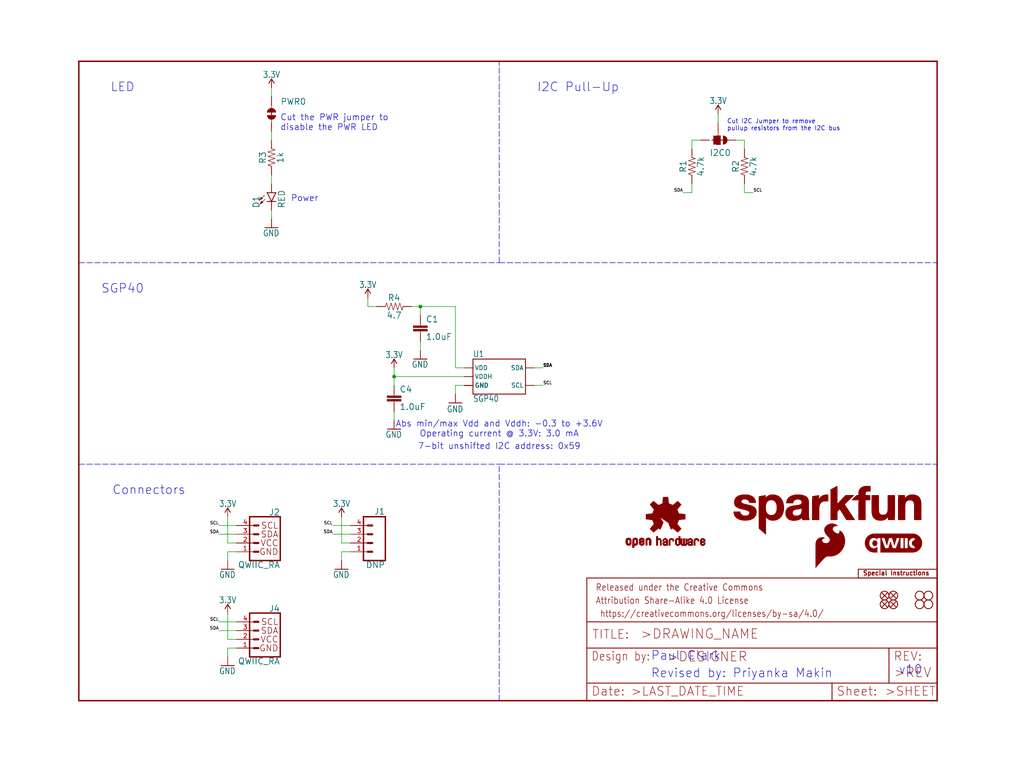
<source format=kicad_sch>
(kicad_sch (version 20211123) (generator eeschema)
  (paper "User" 297.002 223.926)
  (lib_symbols
    (symbol "eagleSchem-eagle-import:1.0UF-0603-16V-10%-X7R"
      (property "Reference" "C" (at 1.524 2.921 0))
      (property "Value" "1.0UF-0603-16V-10%-X7R" (at 1.524 -2.159 0))
      (symbol "1.0UF-0603-16V-10%-X7R_1_0"
        (pin passive line (at 0 5.08 270) (length 2.54) (name "1") (number "1"))
        (pin passive line (at 0 -2.54 90) (length 2.54) (name "2") (number "2"))
      )
    )
    (symbol "eagleSchem-eagle-import:1KOHM-0603-1{slash}10W-1%"
      (property "Reference" "R" (at 0 1.524 0))
      (property "Value" "1KOHM-0603-1{slash}10W-1%" (at 0 -1.524 0))
      (symbol "1KOHM-0603-1{slash}10W-1%_1_0"
        (pin passive line (at -5.08 0 0) (length 2.54) (name "1") (number "1"))
        (pin passive line (at 5.08 0 180) (length 2.54) (name "2") (number "2"))
      )
    )
    (symbol "eagleSchem-eagle-import:3.3V" (power)
      (property "Value" "3.3V" (at 0 2.794 0))
      (symbol "3.3V_1_0"
        (pin power_in line (at 0 0 90) (length 2.54) (name "3.3V") (number "1"))
      )
    )
    (symbol "eagleSchem-eagle-import:4.7KOHM-0603-1{slash}10W-1%"
      (property "Reference" "R" (at 0 1.524 0))
      (property "Value" "4.7KOHM-0603-1{slash}10W-1%" (at 0 -1.524 0))
      (symbol "4.7KOHM-0603-1{slash}10W-1%_1_0"
        (pin passive line (at -5.08 0 0) (length 2.54) (name "1") (number "1"))
        (pin passive line (at 5.08 0 180) (length 2.54) (name "2") (number "2"))
      )
    )
    (symbol "eagleSchem-eagle-import:4.7OHM-0603-1{slash}10W-1%"
      (property "Reference" "R" (at 0 1.524 0))
      (property "Value" "4.7OHM-0603-1{slash}10W-1%" (at 0 -1.524 0))
      (symbol "4.7OHM-0603-1{slash}10W-1%_1_0"
        (pin passive line (at -5.08 0 0) (length 2.54) (name "1") (number "1"))
        (pin passive line (at 5.08 0 180) (length 2.54) (name "2") (number "2"))
      )
    )
    (symbol "eagleSchem-eagle-import:CONN_041X04_NO_SILK"
      (property "Reference" "J" (at -5.08 8.128 0))
      (property "Value" "CONN_041X04_NO_SILK" (at -5.08 -7.366 0))
      (symbol "CONN_041X04_NO_SILK_1_0"
        (pin passive line (at 5.08 -2.54 180) (length 5.08) (name "1") (number "1"))
        (pin passive line (at 5.08 0 180) (length 5.08) (name "2") (number "2"))
        (pin passive line (at 5.08 2.54 180) (length 5.08) (name "3") (number "3"))
        (pin passive line (at 5.08 5.08 180) (length 5.08) (name "4") (number "4"))
      )
    )
    (symbol "eagleSchem-eagle-import:FIDUCIAL0.2MM")
    (symbol "eagleSchem-eagle-import:FRAME-LETTER"
      (symbol "FRAME-LETTER_2_0"
        (text " https://creativecommons.org/licenses/by-sa/4.0/" (at 2.54 24.13 0) (effects (font (size 1.9304 1.6408)) (justify left bottom)))
        (text ">DESIGNER" (at 23.114 11.176 0) (effects (font (size 2.7432 2.7432)) (justify left bottom)))
        (text ">DRAWING_NAME" (at 15.494 17.78 0) (effects (font (size 2.7432 2.7432)) (justify left bottom)))
        (text ">LAST_DATE_TIME" (at 12.7 1.27 0) (effects (font (size 2.54 2.54)) (justify left bottom)))
        (text ">REV" (at 88.9 6.604 0) (effects (font (size 2.7432 2.7432)) (justify left bottom)))
        (text ">SHEET" (at 86.36 1.27 0) (effects (font (size 2.54 2.54)) (justify left bottom)))
        (text "Attribution Share-Alike 4.0 License" (at 2.54 27.94 0) (effects (font (size 1.9304 1.6408)) (justify left bottom)))
        (text "Date:" (at 1.27 1.27 0) (effects (font (size 2.54 2.54)) (justify left bottom)))
        (text "Design by:" (at 1.27 11.43 0) (effects (font (size 2.54 2.159)) (justify left bottom)))
        (text "Released under the Creative Commons" (at 2.54 31.75 0) (effects (font (size 1.9304 1.6408)) (justify left bottom)))
        (text "REV:" (at 88.9 11.43 0) (effects (font (size 2.54 2.54)) (justify left bottom)))
        (text "Sheet:" (at 72.39 1.27 0) (effects (font (size 2.54 2.54)) (justify left bottom)))
        (text "TITLE:" (at 1.524 17.78 0) (effects (font (size 2.54 2.54)) (justify left bottom)))
      )
    )
    (symbol "eagleSchem-eagle-import:GND" (power)
      (property "Value" "GND" (at 0 -0.254 0))
      (symbol "GND_1_0"
        (pin power_in line (at 0 2.54 270) (length 2.54) (name "GND") (number "1"))
      )
    )
    (symbol "eagleSchem-eagle-import:JUMPER-SMT_2_NC_TRACE_SILK"
      (property "Reference" "JP" (at -2.54 2.54 0))
      (property "Value" "JUMPER-SMT_2_NC_TRACE_SILK" (at -2.54 -2.54 0))
      (symbol "JUMPER-SMT_2_NC_TRACE_SILK_1_0"
        (pin passive line (at -5.08 0 0) (length 2.54) (name "1") (number "1"))
        (pin passive line (at 5.08 0 180) (length 2.54) (name "2") (number "2"))
      )
    )
    (symbol "eagleSchem-eagle-import:JUMPER-SMT_3_2-NC_TRACE_SILK"
      (property "Reference" "JP" (at 2.54 0.381 0))
      (property "Value" "JUMPER-SMT_3_2-NC_TRACE_SILK" (at 2.54 -0.381 0))
      (symbol "JUMPER-SMT_3_2-NC_TRACE_SILK_1_0"
        (pin passive line (at 0 5.08 270) (length 2.54) (name "1") (number "1"))
        (pin passive line (at -5.08 0 0) (length 2.54) (name "2") (number "2"))
        (pin passive line (at 0 -5.08 90) (length 2.54) (name "3") (number "3"))
      )
    )
    (symbol "eagleSchem-eagle-import:LED-RED0603"
      (property "Reference" "D" (at -3.429 -4.572 90))
      (property "Value" "LED-RED0603" (at 1.905 -4.572 90))
      (symbol "LED-RED0603_1_0"
        (pin passive line (at 0 2.54 270) (length 2.54) (name "A") (number "A"))
        (pin passive line (at 0 -5.08 90) (length 2.54) (name "C") (number "C"))
      )
    )
    (symbol "eagleSchem-eagle-import:OSHW-LOGOS")
    (symbol "eagleSchem-eagle-import:QWIIC_CONNECTORJS-1MM"
      (property "Reference" "J" (at -5.08 7.874 0))
      (property "Value" "QWIIC_CONNECTORJS-1MM" (at -5.08 -5.334 0))
      (symbol "QWIIC_CONNECTORJS-1MM_1_0"
        (text "GND" (at -4.572 -2.54 0) (effects (font (size 1.778 1.778)) (justify left)))
        (text "SCL" (at -4.572 5.08 0) (effects (font (size 1.778 1.778)) (justify left)))
        (text "SDA" (at -4.572 2.54 0) (effects (font (size 1.778 1.778)) (justify left)))
        (text "VCC" (at -4.572 0 0) (effects (font (size 1.778 1.778)) (justify left)))
        (pin power_in line (at 7.62 -2.54 180) (length 5.08) (name "1") (number "1"))
        (pin power_in line (at 7.62 0 180) (length 5.08) (name "2") (number "2"))
        (pin passive line (at 7.62 2.54 180) (length 5.08) (name "3") (number "3"))
        (pin passive line (at 7.62 5.08 180) (length 5.08) (name "4") (number "4"))
      )
    )
    (symbol "eagleSchem-eagle-import:QWIIC_LOGO_5MM")
    (symbol "eagleSchem-eagle-import:SFE_LOGO_FLAME.1_INCH")
    (symbol "eagleSchem-eagle-import:SFE_LOGO_NAME.1_INCH")
    (symbol "eagleSchem-eagle-import:SGP40"
      (property "Reference" "U" (at -7.62 5.588 0))
      (property "Value" "SGP40" (at -7.62 -7.366 0))
      (symbol "SGP40_1_0"
        (pin power_in line (at -10.16 2.54 0) (length 2.54) (name "VDD") (number "1"))
        (pin power_in line (at -10.16 -2.54 0) (length 2.54) (name "GND") (number "2"))
        (pin bidirectional line (at 10.16 2.54 180) (length 2.54) (name "SDA") (number "3"))
        (pin power_in line (at -10.16 -2.54 0) (length 2.54) (name "GND") (number "4"))
        (pin power_in line (at -10.16 0 0) (length 2.54) (name "VDDH") (number "5"))
        (pin bidirectional line (at 10.16 -2.54 180) (length 2.54) (name "SCL") (number "6"))
        (pin power_in line (at -10.16 -2.54 0) (length 2.54) (name "GND") (number "DIEPAD"))
      )
    )
    (symbol "eagleSchem-eagle-import:SPECIAL_INSTRUCTIONS-ORDERING"
      (symbol "SPECIAL_INSTRUCTIONS-ORDERING_1_0"
        (text "Special Instructions" (at 1.27 0.6985 0) (effects (font (size 1.27 1.27) (thickness 0.254) bold) (justify left bottom)))
      )
    )
    (symbol "eagleSchem-eagle-import:STAND-OFF")
  )
  (junction (at 121.92 88.9))
  (junction (at 114.3 109.22))
  (wire (pts (xy 121.92 99.06) (xy 121.92 101.6)))
  (wire (pts (xy 68.58 187.96) (xy 66.04 187.96)))
  (polyline (pts (xy 22.86 134.62) (xy 144.78 134.62)))
  (wire (pts (xy 68.58 152.4) (xy 63.5 152.4)))
  (wire (pts (xy 114.3 109.22) (xy 114.3 111.76)))
  (wire (pts (xy 66.04 157.48) (xy 66.04 149.86)))
  (wire (pts (xy 154.94 106.68) (xy 157.48 106.68)))
  (wire (pts (xy 208.28 33.02) (xy 208.28 35.56)))
  (wire (pts (xy 121.92 88.9) (xy 121.92 91.44)))
  (wire (pts (xy 68.58 154.94) (xy 63.5 154.94)))
  (wire (pts (xy 78.74 53.34) (xy 78.74 50.8)))
  (wire (pts (xy 68.58 185.42) (xy 66.04 185.42)))
  (polyline (pts (xy 22.86 76.2) (xy 144.78 76.2)))
  (wire (pts (xy 132.08 106.68) (xy 132.08 88.9)))
  (wire (pts (xy 68.58 160.02) (xy 66.04 160.02)))
  (wire (pts (xy 134.62 111.76) (xy 132.08 111.76)))
  (wire (pts (xy 200.66 55.88) (xy 198.12 55.88)))
  (wire (pts (xy 215.9 40.64) (xy 215.9 43.18)))
  (wire (pts (xy 213.36 40.64) (xy 215.9 40.64)))
  (wire (pts (xy 200.66 40.64) (xy 203.2 40.64)))
  (wire (pts (xy 99.06 160.02) (xy 99.06 162.56)))
  (wire (pts (xy 200.66 55.88) (xy 200.66 53.34)))
  (wire (pts (xy 109.22 88.9) (xy 106.68 88.9)))
  (wire (pts (xy 119.38 88.9) (xy 121.92 88.9)))
  (polyline (pts (xy 144.78 134.62) (xy 271.78 134.62)))
  (wire (pts (xy 114.3 119.38) (xy 114.3 121.92)))
  (wire (pts (xy 215.9 53.34) (xy 215.9 55.88)))
  (wire (pts (xy 106.68 88.9) (xy 106.68 86.36)))
  (wire (pts (xy 134.62 106.68) (xy 132.08 106.68)))
  (polyline (pts (xy 144.78 76.2) (xy 271.78 76.2)))
  (wire (pts (xy 68.58 157.48) (xy 66.04 157.48)))
  (wire (pts (xy 114.3 106.68) (xy 114.3 109.22)))
  (wire (pts (xy 66.04 185.42) (xy 66.04 177.8)))
  (wire (pts (xy 68.58 182.88) (xy 63.5 182.88)))
  (wire (pts (xy 101.6 160.02) (xy 99.06 160.02)))
  (wire (pts (xy 68.58 180.34) (xy 63.5 180.34)))
  (wire (pts (xy 78.74 27.94) (xy 78.74 25.4)))
  (wire (pts (xy 200.66 43.18) (xy 200.66 40.64)))
  (wire (pts (xy 99.06 157.48) (xy 99.06 149.86)))
  (wire (pts (xy 66.04 160.02) (xy 66.04 162.56)))
  (wire (pts (xy 101.6 157.48) (xy 99.06 157.48)))
  (wire (pts (xy 78.74 40.64) (xy 78.74 38.1)))
  (wire (pts (xy 215.9 55.88) (xy 218.44 55.88)))
  (wire (pts (xy 78.74 63.5) (xy 78.74 60.96)))
  (polyline (pts (xy 144.78 76.2) (xy 144.78 17.78)))
  (wire (pts (xy 66.04 187.96) (xy 66.04 190.5)))
  (wire (pts (xy 101.6 154.94) (xy 96.52 154.94)))
  (wire (pts (xy 134.62 109.22) (xy 114.3 109.22)))
  (wire (pts (xy 101.6 152.4) (xy 96.52 152.4)))
  (wire (pts (xy 154.94 111.76) (xy 157.48 111.76)))
  (wire (pts (xy 132.08 88.9) (xy 121.92 88.9)))
  (wire (pts (xy 132.08 111.76) (xy 132.08 114.3)))
  (polyline (pts (xy 144.78 203.2) (xy 144.78 134.62)))
  (text "Cut the PWR jumper to\ndisable the PWR LED" (at 81.28 38.1 180) (effects (font (size 1.778 1.778)) (justify left bottom)))
  (text "Abs min/max Vdd and Vddh: -0.3 to +3.6V\nOperating current @ 3.3V: 3.0 mA" (at 144.78 124.46 0) (effects (font (size 1.778 1.778))))
  (text "Revised by: Priyanka Makin" (at 188.722 196.85 180) (effects (font (size 2.54 2.54)) (justify left bottom)))
  (text "7-bit unshifted I2C address: 0x59" (at 144.78 129.54 180) (effects (font (size 1.778 1.778))))
  (text "Paul Clark" (at 188.722 191.77 180) (effects (font (size 2.54 2.54)) (justify left bottom)))
  (text "Cut I2C Jumper to remove\npullup resistors from the I2C bus" (at 210.82 38.1 0) (effects (font (size 1.27 1.27)) (justify left bottom)))
  (text "I2C Pull-Up" (at 167.64 25.4 180) (effects (font (size 2.54 2.54))))
  (text "Power" (at 84.328 58.674 180) (effects (font (size 1.778 1.778)) (justify left bottom)))
  (text "LED" (at 35.56 25.4 180) (effects (font (size 2.54 2.54))))
  (text "v10" (at 260.604 195.834 180) (effects (font (size 2.54 2.54)) (justify left bottom)))
  (text "SGP40" (at 35.56 83.82 180) (effects (font (size 2.54 2.54))))
  (text "Connectors" (at 43.18 142.24 180) (effects (font (size 2.54 2.54))))
  (label "SDA" (at 96.52 154.94 180) (effects (font (size 0.889 0.889))))
  (label "SDA" (at 157.48 106.68 0) (effects (font (size 0.889 0.889))))
  (label "SDA" (at 157.48 106.68 0) (effects (font (size 0.889 0.889))))
  (label "SCL" (at 157.48 111.76 0) (effects (font (size 0.889 0.889))))
  (label "SDA" (at 63.5 154.94 180) (effects (font (size 0.889 0.889))))
  (label "SDA" (at 63.5 182.88 180) (effects (font (size 0.889 0.889))))
  (label "SDA" (at 157.48 106.68 0) (effects (font (size 0.889 0.889))))
  (label "SDA" (at 157.48 106.68 0) (effects (font (size 0.889 0.889))))
  (label "SDA" (at 157.48 106.68 0) (effects (font (size 0.889 0.889))))
  (label "SDA" (at 198.12 55.88 180) (effects (font (size 0.889 0.889))))
  (label "SCL" (at 63.5 180.34 180) (effects (font (size 0.889 0.889))))
  (label "SCL" (at 63.5 152.4 180) (effects (font (size 0.889 0.889))))
  (label "SCL" (at 96.52 152.4 180) (effects (font (size 0.889 0.889))))
  (label "SCL" (at 218.44 55.88 0) (effects (font (size 0.889 0.889))))
  (symbol (lib_id "eagleSchem-eagle-import:GND") (at 78.74 66.04 0) (unit 1)
    (property "Reference" "#GND3" (effects hide))
    (property "Value" "GND" (at 76.2 68.58 0) (effects (font (size 1.778 1.5113)) (justify left bottom)))
    (property "Footprint" "eagleSchem:" (effects hide))
  )
  (symbol (lib_id "eagleSchem-eagle-import:STAND-OFF") (at 269.24 172.72 0) (unit 1)
    (property "Reference" "JP3" (effects hide))
    (property "Value" "STAND-OFF" (effects hide))
    (property "Footprint" "eagleSchem:STAND-OFF" (effects hide))
  )
  (symbol (lib_id "eagleSchem-eagle-import:3.3V") (at 114.3 106.68 0) (unit 1)
    (property "Reference" "#SUPPLY1" (effects hide))
    (property "Value" "3.3V" (at 114.3 103.886 0) (effects (font (size 1.778 1.5113)) (justify bottom)))
    (property "Footprint" "eagleSchem:" (effects hide))
  )
  (symbol (lib_id "eagleSchem-eagle-import:FIDUCIAL0.2MM") (at 256.54 172.72 0) (unit 1)
    (property "Reference" "JP2" (effects hide))
    (property "Value" "FIDUCIAL0.2MM" (effects hide))
    (property "Footprint" "eagleSchem:FIDUCIAL-0.2MM" (effects hide))
  )
  (symbol (lib_id "eagleSchem-eagle-import:JUMPER-SMT_2_NC_TRACE_SILK") (at 78.74 33.02 90) (unit 1)
    (property "Reference" "PWR0" (at 81.28 30.48 90) (effects (font (size 1.778 1.778)) (justify right top)))
    (property "Value" "JUMPER-SMT_2_NC_TRACE_SILK" (effects hide))
    (property "Footprint" "eagleSchem:SMT-JUMPER_2_NC_TRACE_SILK" (effects hide))
  )
  (symbol (lib_id "eagleSchem-eagle-import:QWIIC_CONNECTORJS-1MM") (at 76.2 185.42 0) (mirror y) (unit 1)
    (property "Reference" "J4" (at 81.28 177.546 0) (effects (font (size 1.778 1.778)) (justify left bottom)))
    (property "Value" "QWIIC_RA" (at 81.28 190.754 0) (effects (font (size 1.778 1.778)) (justify left top)))
    (property "Footprint" "eagleSchem:JST04_1MM_RA" (effects hide))
  )
  (symbol (lib_id "eagleSchem-eagle-import:4.7OHM-0603-1{slash}10W-1%") (at 114.3 88.9 0) (unit 1)
    (property "Reference" "R4" (at 114.3 87.376 0) (effects (font (size 1.778 1.778)) (justify bottom)))
    (property "Value" "4.7" (at 114.3 90.424 0) (effects (font (size 1.778 1.778)) (justify top)))
    (property "Footprint" "eagleSchem:0603" (effects hide))
  )
  (symbol (lib_id "eagleSchem-eagle-import:GND") (at 66.04 193.04 0) (unit 1)
    (property "Reference" "#GND8" (effects hide))
    (property "Value" "GND" (at 63.5 195.58 0) (effects (font (size 1.778 1.5113)) (justify left bottom)))
    (property "Footprint" "eagleSchem:" (effects hide))
  )
  (symbol (lib_id "eagleSchem-eagle-import:4.7KOHM-0603-1{slash}10W-1%") (at 215.9 48.26 90) (unit 1)
    (property "Reference" "R2" (at 214.376 48.26 0) (effects (font (size 1.778 1.778)) (justify bottom)))
    (property "Value" "4.7k" (at 217.424 48.26 0) (effects (font (size 1.778 1.778)) (justify top)))
    (property "Footprint" "eagleSchem:0603" (effects hide))
  )
  (symbol (lib_id "eagleSchem-eagle-import:LED-RED0603") (at 78.74 55.88 0) (unit 1)
    (property "Reference" "D1" (at 75.311 60.452 90) (effects (font (size 1.778 1.778)) (justify left bottom)))
    (property "Value" "RED" (at 80.645 60.452 90) (effects (font (size 1.778 1.778)) (justify left top)))
    (property "Footprint" "eagleSchem:LED-0603" (effects hide))
  )
  (symbol (lib_id "eagleSchem-eagle-import:3.3V") (at 99.06 149.86 0) (unit 1)
    (property "Reference" "#SUPPLY7" (effects hide))
    (property "Value" "3.3V" (at 99.06 147.066 0) (effects (font (size 1.778 1.5113)) (justify bottom)))
    (property "Footprint" "eagleSchem:" (effects hide))
  )
  (symbol (lib_id "eagleSchem-eagle-import:SFE_LOGO_NAME.1_INCH") (at 210.82 154.94 0) (unit 1)
    (property "Reference" "LOGO3" (effects hide))
    (property "Value" "SFE_LOGO_NAME.1_INCH" (effects hide))
    (property "Footprint" "eagleSchem:SFE_LOGO_NAME_.1" (effects hide))
  )
  (symbol (lib_id "eagleSchem-eagle-import:GND") (at 121.92 104.14 0) (unit 1)
    (property "Reference" "#GND2" (effects hide))
    (property "Value" "GND" (at 119.38 106.68 0) (effects (font (size 1.778 1.5113)) (justify left bottom)))
    (property "Footprint" "eagleSchem:" (effects hide))
  )
  (symbol (lib_id "eagleSchem-eagle-import:FRAME-LETTER") (at 170.18 203.2 0) (unit 2)
    (property "Reference" "FRAME1" (effects hide))
    (property "Value" "FRAME-LETTER" (effects hide))
    (property "Footprint" "eagleSchem:CREATIVE_COMMONS" (effects hide))
  )
  (symbol (lib_id "eagleSchem-eagle-import:SFE_LOGO_NAME.1_INCH") (at 210.82 154.94 0) (unit 1)
    (property "Reference" "LOGO6" (effects hide))
    (property "Value" "SFE_LOGO_NAME.1_INCH" (effects hide))
    (property "Footprint" "eagleSchem:SFE_LOGO_NAME_.1" (effects hide))
  )
  (symbol (lib_id "eagleSchem-eagle-import:STAND-OFF") (at 266.7 172.72 0) (unit 1)
    (property "Reference" "JP7" (effects hide))
    (property "Value" "STAND-OFF" (effects hide))
    (property "Footprint" "eagleSchem:STAND-OFF" (effects hide))
  )
  (symbol (lib_id "eagleSchem-eagle-import:1.0UF-0603-16V-10%-X7R") (at 114.3 116.84 0) (unit 1)
    (property "Reference" "C4" (at 115.824 113.919 0) (effects (font (size 1.778 1.778)) (justify left bottom)))
    (property "Value" "1.0uF" (at 115.824 118.999 0) (effects (font (size 1.778 1.778)) (justify left bottom)))
    (property "Footprint" "eagleSchem:0603" (effects hide))
  )
  (symbol (lib_id "eagleSchem-eagle-import:GND") (at 99.06 165.1 0) (unit 1)
    (property "Reference" "#GND7" (effects hide))
    (property "Value" "GND" (at 96.52 167.64 0) (effects (font (size 1.778 1.5113)) (justify left bottom)))
    (property "Footprint" "eagleSchem:" (effects hide))
  )
  (symbol (lib_id "eagleSchem-eagle-import:FIDUCIAL0.2MM") (at 259.08 175.26 0) (unit 1)
    (property "Reference" "JP1" (effects hide))
    (property "Value" "FIDUCIAL0.2MM" (effects hide))
    (property "Footprint" "eagleSchem:FIDUCIAL-0.2MM" (effects hide))
  )
  (symbol (lib_id "eagleSchem-eagle-import:1.0UF-0603-16V-10%-X7R") (at 121.92 96.52 0) (unit 1)
    (property "Reference" "C1" (at 123.444 93.599 0) (effects (font (size 1.778 1.778)) (justify left bottom)))
    (property "Value" "1.0uF" (at 123.444 98.679 0) (effects (font (size 1.778 1.778)) (justify left bottom)))
    (property "Footprint" "eagleSchem:0603" (effects hide))
  )
  (symbol (lib_id "eagleSchem-eagle-import:GND") (at 66.04 165.1 0) (unit 1)
    (property "Reference" "#GND6" (effects hide))
    (property "Value" "GND" (at 63.5 167.64 0) (effects (font (size 1.778 1.5113)) (justify left bottom)))
    (property "Footprint" "eagleSchem:" (effects hide))
  )
  (symbol (lib_id "eagleSchem-eagle-import:GND") (at 132.08 116.84 0) (unit 1)
    (property "Reference" "#GND1" (effects hide))
    (property "Value" "GND" (at 129.54 119.634 0) (effects (font (size 1.778 1.5113)) (justify left bottom)))
    (property "Footprint" "eagleSchem:" (effects hide))
  )
  (symbol (lib_id "eagleSchem-eagle-import:1KOHM-0603-1{slash}10W-1%") (at 78.74 45.72 90) (unit 1)
    (property "Reference" "R3" (at 77.216 45.72 0) (effects (font (size 1.778 1.778)) (justify bottom)))
    (property "Value" "1k" (at 80.264 45.72 0) (effects (font (size 1.778 1.778)) (justify top)))
    (property "Footprint" "eagleSchem:0603" (effects hide))
  )
  (symbol (lib_id "eagleSchem-eagle-import:4.7KOHM-0603-1{slash}10W-1%") (at 200.66 48.26 90) (unit 1)
    (property "Reference" "R1" (at 199.136 48.26 0) (effects (font (size 1.778 1.778)) (justify bottom)))
    (property "Value" "4.7k" (at 202.184 48.26 0) (effects (font (size 1.778 1.778)) (justify top)))
    (property "Footprint" "eagleSchem:0603" (effects hide))
  )
  (symbol (lib_id "eagleSchem-eagle-import:SFE_LOGO_FLAME.1_INCH") (at 236.22 165.1 0) (unit 1)
    (property "Reference" "LOGO4" (effects hide))
    (property "Value" "SFE_LOGO_FLAME.1_INCH" (effects hide))
    (property "Footprint" "eagleSchem:SFE_LOGO_FLAME_.1" (effects hide))
  )
  (symbol (lib_id "eagleSchem-eagle-import:QWIIC_LOGO_5MM") (at 259.08 157.48 0) (unit 1)
    (property "Reference" "LOGO2" (effects hide))
    (property "Value" "QWIIC_LOGO_5MM" (effects hide))
    (property "Footprint" "eagleSchem:QWIIC_5MM" (effects hide))
  )
  (symbol (lib_id "eagleSchem-eagle-import:CONN_041X04_NO_SILK") (at 106.68 157.48 0) (mirror y) (unit 1)
    (property "Reference" "J1" (at 111.76 149.352 0) (effects (font (size 1.778 1.778)) (justify left bottom)))
    (property "Value" "DNP" (at 111.76 164.846 0) (effects (font (size 1.778 1.778)) (justify left bottom)))
    (property "Footprint" "eagleSchem:1X04_NO_SILK" (effects hide))
  )
  (symbol (lib_id "eagleSchem-eagle-import:3.3V") (at 66.04 149.86 0) (unit 1)
    (property "Reference" "#SUPPLY4" (effects hide))
    (property "Value" "3.3V" (at 66.04 147.066 0) (effects (font (size 1.778 1.5113)) (justify bottom)))
    (property "Footprint" "eagleSchem:" (effects hide))
  )
  (symbol (lib_id "eagleSchem-eagle-import:OSHW-LOGOS") (at 193.04 149.86 0) (unit 1)
    (property "Reference" "LOGO5" (effects hide))
    (property "Value" "OSHW-LOGOS" (effects hide))
    (property "Footprint" "eagleSchem:OSHW-LOGO-S" (effects hide))
  )
  (symbol (lib_id "eagleSchem-eagle-import:3.3V") (at 106.68 86.36 0) (unit 1)
    (property "Reference" "#SUPPLY3" (effects hide))
    (property "Value" "3.3V" (at 106.68 83.566 0) (effects (font (size 1.778 1.5113)) (justify bottom)))
    (property "Footprint" "eagleSchem:" (effects hide))
  )
  (symbol (lib_id "eagleSchem-eagle-import:FIDUCIAL0.2MM") (at 259.08 172.72 0) (unit 1)
    (property "Reference" "JP6" (effects hide))
    (property "Value" "FIDUCIAL0.2MM" (effects hide))
    (property "Footprint" "eagleSchem:FIDUCIAL-0.2MM" (effects hide))
  )
  (symbol (lib_id "eagleSchem-eagle-import:3.3V") (at 208.28 33.02 0) (unit 1)
    (property "Reference" "#SUPPLY9" (effects hide))
    (property "Value" "3.3V" (at 208.28 30.226 0) (effects (font (size 1.778 1.5113)) (justify bottom)))
    (property "Footprint" "eagleSchem:" (effects hide))
  )
  (symbol (lib_id "eagleSchem-eagle-import:3.3V") (at 78.74 25.4 0) (unit 1)
    (property "Reference" "#SUPPLY10" (effects hide))
    (property "Value" "3.3V" (at 78.74 22.606 0) (effects (font (size 1.778 1.5113)) (justify bottom)))
    (property "Footprint" "eagleSchem:" (effects hide))
  )
  (symbol (lib_id "eagleSchem-eagle-import:STAND-OFF") (at 269.24 175.26 0) (unit 1)
    (property "Reference" "JP4" (effects hide))
    (property "Value" "STAND-OFF" (effects hide))
    (property "Footprint" "eagleSchem:STAND-OFF" (effects hide))
  )
  (symbol (lib_id "eagleSchem-eagle-import:FIDUCIAL0.2MM") (at 256.54 175.26 0) (unit 1)
    (property "Reference" "JP5" (effects hide))
    (property "Value" "FIDUCIAL0.2MM" (effects hide))
    (property "Footprint" "eagleSchem:FIDUCIAL-0.2MM" (effects hide))
  )
  (symbol (lib_id "eagleSchem-eagle-import:JUMPER-SMT_3_2-NC_TRACE_SILK") (at 208.28 40.64 270) (unit 1)
    (property "Reference" "I2C0" (at 205.74 45.339 90) (effects (font (size 1.778 1.778)) (justify left bottom)))
    (property "Value" "JUMPER-SMT_3_2-NC_TRACE_SILK" (effects hide))
    (property "Footprint" "eagleSchem:SMT-JUMPER_3_2-NC_TRACE_SILK" (effects hide))
  )
  (symbol (lib_id "eagleSchem-eagle-import:GND") (at 114.3 124.46 0) (unit 1)
    (property "Reference" "#GND4" (effects hide))
    (property "Value" "GND" (at 111.76 127 0) (effects (font (size 1.778 1.5113)) (justify left bottom)))
    (property "Footprint" "eagleSchem:" (effects hide))
  )
  (symbol (lib_id "eagleSchem-eagle-import:QWIIC_CONNECTORJS-1MM") (at 76.2 157.48 0) (mirror y) (unit 1)
    (property "Reference" "J2" (at 81.28 149.606 0) (effects (font (size 1.778 1.778)) (justify left bottom)))
    (property "Value" "QWIIC_RA" (at 81.28 162.814 0) (effects (font (size 1.778 1.778)) (justify left top)))
    (property "Footprint" "eagleSchem:JST04_1MM_RA" (effects hide))
  )
  (symbol (lib_id "eagleSchem-eagle-import:FRAME-LETTER") (at 22.86 203.2 0) (unit 1)
    (property "Reference" "FRAME1" (effects hide))
    (property "Value" "FRAME-LETTER" (effects hide))
    (property "Footprint" "eagleSchem:CREATIVE_COMMONS" (effects hide))
  )
  (symbol (lib_id "eagleSchem-eagle-import:SGP40") (at 144.78 109.22 0) (unit 1)
    (property "Reference" "U1" (at 137.16 103.632 0) (effects (font (size 1.778 1.5113)) (justify left bottom)))
    (property "Value" "SGP40" (at 137.16 116.586 0) (effects (font (size 1.778 1.5113)) (justify left bottom)))
    (property "Footprint" "eagleSchem:SGP40" (effects hide))
  )
  (symbol (lib_id "eagleSchem-eagle-import:3.3V") (at 66.04 177.8 0) (unit 1)
    (property "Reference" "#SUPPLY8" (effects hide))
    (property "Value" "3.3V" (at 66.04 175.006 0) (effects (font (size 1.778 1.5113)) (justify bottom)))
    (property "Footprint" "eagleSchem:" (effects hide))
  )
  (symbol (lib_id "eagleSchem-eagle-import:STAND-OFF") (at 266.7 175.26 0) (unit 1)
    (property "Reference" "JP8" (effects hide))
    (property "Value" "STAND-OFF" (effects hide))
    (property "Footprint" "eagleSchem:STAND-OFF" (effects hide))
  )
  (symbol (lib_id "eagleSchem-eagle-import:SPECIAL_INSTRUCTIONS-ORDERING") (at 248.92 167.64 0) (unit 1)
    (property "Reference" "LOGO1" (effects hide))
    (property "Value" "SPECIAL_INSTRUCTIONS-ORDERING" (effects hide))
    (property "Footprint" "eagleSchem:ORDERING_INSTRUCTIONS" (effects hide))
  )
)
</source>
